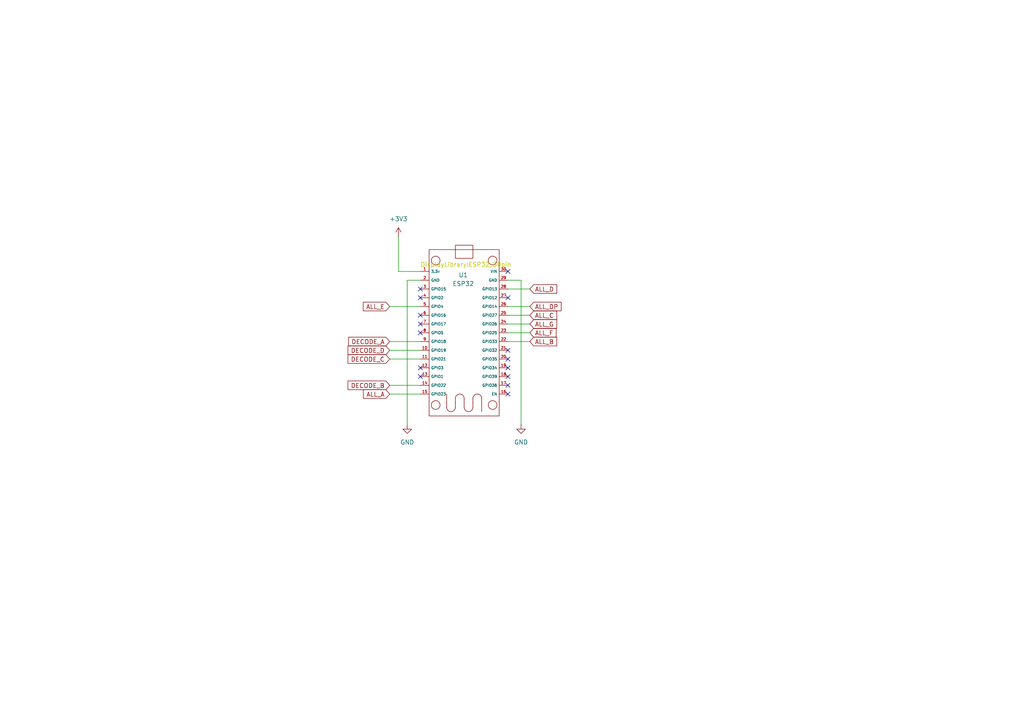
<source format=kicad_sch>
(kicad_sch (version 20250114) (generator "eeschema") (generator_version "9.0")
  (paper "A4")
  (lib_symbols
    (symbol "Displays:ESP32_30Pin"
      (property "Reference" "U" (at 25.4 -12.7 0))
      (property "Footprint" "ESP32_30pin" (at 25.4 -15.24 0))
      (symbol "ESP32_30Pin_0_1"
        (rectangle (start 1.27 -2.54) (end 49.53 -22.86))
        (polyline (pts (xy 3.81 -7.62) (xy 5.08 -7.62)))
        (arc (start 3.8025 -10.1675) (mid 2.9067 -9.7933) (end 2.5325 -8.8975))
        (polyline (pts (xy 3.81 -10.16) (xy 5.08 -10.16)))
        (polyline (pts (xy 3.81 -12.7) (xy 5.08 -12.7)))
        (arc (start 3.8025 -15.2475) (mid 2.9067 -14.8733) (end 2.5325 -13.9775))
        (polyline (pts (xy 3.81 -15.24) (xy 5.08 -15.24)))
        (arc (start 2.54 -8.89) (mid 2.9127 -7.9927) (end 3.81 -7.62))
        (arc (start 2.54 -13.97) (mid 2.9127 -13.0727) (end 3.81 -12.7))
        (circle (center 4.445 -4.445) (radius 1.27))
        (circle (center 4.445 -20.955) (radius 1.27))
        (polyline (pts (xy 5.08 -7.62) (xy 7.62 -7.62)))
        (polyline (pts (xy 5.08 -17.78) (xy 2.54 -17.78)))
        (arc (start 7.6225 -11.4325) (mid 7.2498 -12.3298) (end 6.3525 -12.7025))
        (arc (start 7.6225 -16.5125) (mid 7.2498 -17.4098) (end 6.3525 -17.7825))
        (arc (start 6.36 -10.155) (mid 7.2558 -10.5292) (end 7.63 -11.425))
        (arc (start 6.36 -15.235) (mid 7.2558 -15.6092) (end 7.63 -16.505))
        (polyline (pts (xy 6.3525 -10.1625) (xy 5.0825 -10.1625)))
        (polyline (pts (xy 6.3525 -12.7025) (xy 5.0825 -12.7025)))
        (polyline (pts (xy 6.3525 -15.2425) (xy 5.0825 -15.2425)))
        (polyline (pts (xy 6.3525 -17.7825) (xy 5.0825 -17.7825)))
        (circle (center 46.355 -4.445) (radius 1.27))
        (circle (center 46.355 -20.955) (radius 1.27))
        (rectangle (start 46.99 -10.16) (end 50.8 -15.24))
      )
      (symbol "ESP32_30Pin_1_1"
        (pin bidirectional line (at 7.62 0 270) (length 2.54) (name "GPIO23") (number "15"))
        (pin bidirectional line (at 7.62 -25.4 90) (length 2.54) (name "EN") (number "16"))
        (pin bidirectional line (at 10.16 0 270) (length 2.54) (name "GPIO22") (number "14"))
        (pin bidirectional line (at 10.16 -25.4 90) (length 2.54) (name "GPIO36") (number "17"))
        (pin bidirectional line (at 12.7 0 270) (length 2.54) (name "GPIO1") (number "13"))
        (pin bidirectional line (at 12.7 -25.4 90) (length 2.54) (name "GPIO39") (number "18"))
        (pin bidirectional line (at 15.24 0 270) (length 2.54) (name "GPIO3") (number "12"))
        (pin bidirectional line (at 15.24 -25.4 90) (length 2.54) (name "GPIO34") (number "19"))
        (pin bidirectional line (at 17.78 0 270) (length 2.54) (name "GPIO21") (number "11"))
        (pin bidirectional line (at 17.78 -25.4 90) (length 2.54) (name "GPIO35") (number "20"))
        (pin bidirectional line (at 20.32 0 270) (length 2.54) (name "GPIO19") (number "10"))
        (pin bidirectional line (at 20.32 -25.4 90) (length 2.54) (name "GPIO32") (number "21"))
        (pin bidirectional line (at 22.86 0 270) (length 2.54) (name "GPIO18") (number "9"))
        (pin bidirectional line (at 22.86 -25.4 90) (length 2.54) (name "GPIO33") (number "22"))
        (pin bidirectional line (at 25.4 0 270) (length 2.54) (name "GPIO5") (number "8"))
        (pin bidirectional line (at 25.4 -25.4 90) (length 2.54) (name "GPIO25") (number "23"))
        (pin bidirectional line (at 27.94 0 270) (length 2.54) (name "GPIO17") (number "7"))
        (pin bidirectional line (at 27.94 -25.4 90) (length 2.54) (name "GPIO26") (number "24"))
        (pin bidirectional line (at 30.48 0 270) (length 2.54) (name "GPIO16") (number "6"))
        (pin bidirectional line (at 30.48 -25.4 90) (length 2.54) (name "GPIO27") (number "25"))
        (pin bidirectional line (at 33.02 0 270) (length 2.54) (name "GPIO4") (number "5"))
        (pin bidirectional line (at 33.02 -25.4 90) (length 2.54) (name "GPIO14") (number "26"))
        (pin bidirectional line (at 35.56 0 270) (length 2.54) (name "GPIO2") (number "4"))
        (pin bidirectional line (at 35.56 -25.4 90) (length 2.54) (name "GPIO12") (number "27"))
        (pin bidirectional line (at 38.1 0 270) (length 2.54) (name "GPIO15") (number "3"))
        (pin bidirectional line (at 38.1 -25.4 90) (length 2.54) (name "GPIO13") (number "28"))
        (pin power_out line (at 40.64 0 270) (length 2.54) (name "GND") (number "2"))
        (pin bidirectional line (at 40.64 -25.4 90) (length 2.54) (name "GND") (number "29"))
        (pin power_out line (at 43.18 0 270) (length 2.54) (name "3.3v") (number "1"))
        (pin power_in line (at 43.18 -25.4 90) (length 2.54) (name "VIN") (number "30"))
      )
    )
    (symbol "power:+3V3" (power) (pin_numbers (hide yes)) (pin_names (offset 0) (hide yes))
      (property "Value" "+3V3" (at 0 3.556 0))
      (symbol "+3V3_0_1"
        (polyline (pts (xy -0.762 1.27) (xy 0 2.54)))
        (polyline (pts (xy 0 2.54) (xy 0.762 1.27)))
        (polyline (pts (xy 0 0) (xy 0 2.54)))
      )
      (symbol "+3V3_1_1"
        (pin power_in line (at 0 0 90) (length 0) (name "~") (number "1"))
      )
    )
    (symbol "power:GND" (power) (pin_numbers (hide yes)) (pin_names (offset 0) (hide yes))
      (property "Value" "GND" (at 0 -3.81 0))
      (symbol "GND_0_1"
        (polyline (pts (xy 0 0) (xy 0 -1.27) (xy 1.27 -1.27) (xy 0 -2.54) (xy -1.27 -1.27) (xy 0 -1.27)))
      )
      (symbol "GND_1_1"
        (pin power_in line (at 0 0 270) (length 0) (name "~") (number "1"))
      )
    )
  )
  (no_connect (at 147.32 78.74))
  (no_connect (at 147.32 86.36))
  (no_connect (at 121.92 96.52))
  (no_connect (at 121.92 109.22))
  (no_connect (at 121.92 83.82))
  (no_connect (at 147.32 109.22))
  (no_connect (at 121.92 91.44))
  (no_connect (at 121.92 93.98))
  (no_connect (at 147.32 101.6))
  (no_connect (at 121.92 86.36))
  (no_connect (at 147.32 114.3))
  (no_connect (at 147.32 106.68))
  (no_connect (at 147.32 111.76))
  (no_connect (at 121.92 106.68))
  (no_connect (at 147.32 104.14))
  (wire (pts (xy 113.03 99.06) (xy 121.92 99.06)))
  (wire (pts (xy 147.32 96.52) (xy 153.67 96.52)))
  (wire (pts (xy 118.11 81.28) (xy 118.11 123.19)))
  (wire (pts (xy 147.32 91.44) (xy 153.67 91.44)))
  (wire (pts (xy 113.03 114.3) (xy 121.92 114.3)))
  (wire (pts (xy 147.32 99.06) (xy 153.67 99.06)))
  (wire (pts (xy 147.32 83.82) (xy 153.67 83.82)))
  (wire (pts (xy 151.13 123.19) (xy 151.13 81.28)))
  (wire (pts (xy 113.03 111.76) (xy 121.92 111.76)))
  (wire (pts (xy 147.32 93.98) (xy 153.67 93.98)))
  (wire (pts (xy 113.03 101.6) (xy 121.92 101.6)))
  (wire (pts (xy 151.13 81.28) (xy 147.32 81.28)))
  (wire (pts (xy 147.32 88.9) (xy 153.67 88.9)))
  (wire (pts (xy 115.57 78.74) (xy 121.92 78.74)))
  (wire (pts (xy 113.03 88.9) (xy 121.92 88.9)))
  (wire (pts (xy 121.92 81.28) (xy 118.11 81.28)))
  (wire (pts (xy 115.57 68.58) (xy 115.57 78.74)))
  (wire (pts (xy 113.03 104.14) (xy 121.92 104.14)))
  (global_label "DECODE_B" (shape input) (at 113.03 111.76 180) (property "Intersheetrefs" "${INTERSHEET_REFS}" (effects (hide yes))))
  (global_label "ALL_A" (shape input) (at 113.03 114.3 180) (property "Intersheetrefs" "${INTERSHEET_REFS}" (effects (hide yes))))
  (global_label "ALL_G" (shape input) (at 153.67 93.98 0) (property "Intersheetrefs" "${INTERSHEET_REFS}" (effects (hide yes))))
  (global_label "ALL_C" (shape input) (at 153.67 91.44 0) (property "Intersheetrefs" "${INTERSHEET_REFS}" (effects (hide yes))))
  (global_label "ALL_DP" (shape input) (at 153.67 88.9 0) (property "Intersheetrefs" "${INTERSHEET_REFS}" (effects (hide yes))))
  (global_label "DECODE_D" (shape input) (at 113.03 101.6 180) (property "Intersheetrefs" "${INTERSHEET_REFS}" (effects (hide yes))))
  (global_label "ALL_F" (shape input) (at 153.67 96.52 0) (property "Intersheetrefs" "${INTERSHEET_REFS}" (effects (hide yes))))
  (global_label "ALL_B" (shape input) (at 153.67 99.06 0) (property "Intersheetrefs" "${INTERSHEET_REFS}" (effects (hide yes))))
  (global_label "ALL_D" (shape input) (at 153.67 83.82 0) (property "Intersheetrefs" "${INTERSHEET_REFS}" (effects (hide yes))))
  (global_label "DECODE_A" (shape input) (at 113.03 99.06 180) (property "Intersheetrefs" "${INTERSHEET_REFS}" (effects (hide yes))))
  (global_label "ALL_E" (shape input) (at 113.03 88.9 180) (property "Intersheetrefs" "${INTERSHEET_REFS}" (effects (hide yes))))
  (global_label "DECODE_C" (shape input) (at 113.03 104.14 180) (property "Intersheetrefs" "${INTERSHEET_REFS}" (effects (hide yes))))
  (symbol (lib_id "power:GND") (at 151.13 123.19 0) (unit 1)
    (property "Reference" "#PWR04" (effects (hide yes)))
    (property "Value" "GND" (at 151.13 128.27 0))
    (property "Description" "Power symbol creates a global label with name \"GND\" , ground" (effects (hide yes)))
  )
  (symbol (lib_id "Displays:ESP32_30Pin") (at 121.92 121.92 90) (unit 1)
    (property "Reference" "U1" (at 134.366 79.756 90))
    (property "Value" "ESP32" (at 134.366 82.296 90))
    (property "Footprint" "DisplayLibrary:ESP32_30pin" (at 135.128 76.708 90))
  )
  (symbol (lib_id "power:GND") (at 118.11 123.19 0) (unit 1)
    (property "Reference" "#PWR011" (effects (hide yes)))
    (property "Value" "GND" (at 118.11 128.27 0))
    (property "Description" "Power symbol creates a global label with name \"GND\" , ground" (effects (hide yes)))
  )
  (symbol (lib_id "power:+3V3") (at 115.57 68.58 0) (unit 1)
    (property "Reference" "#PWR02" (effects (hide yes)))
    (property "Value" "+3V3" (at 115.57 63.5 0))
    (property "Description" "Power symbol creates a global label with name \"+3V3\"" (effects (hide yes)))
  )
)
</source>
